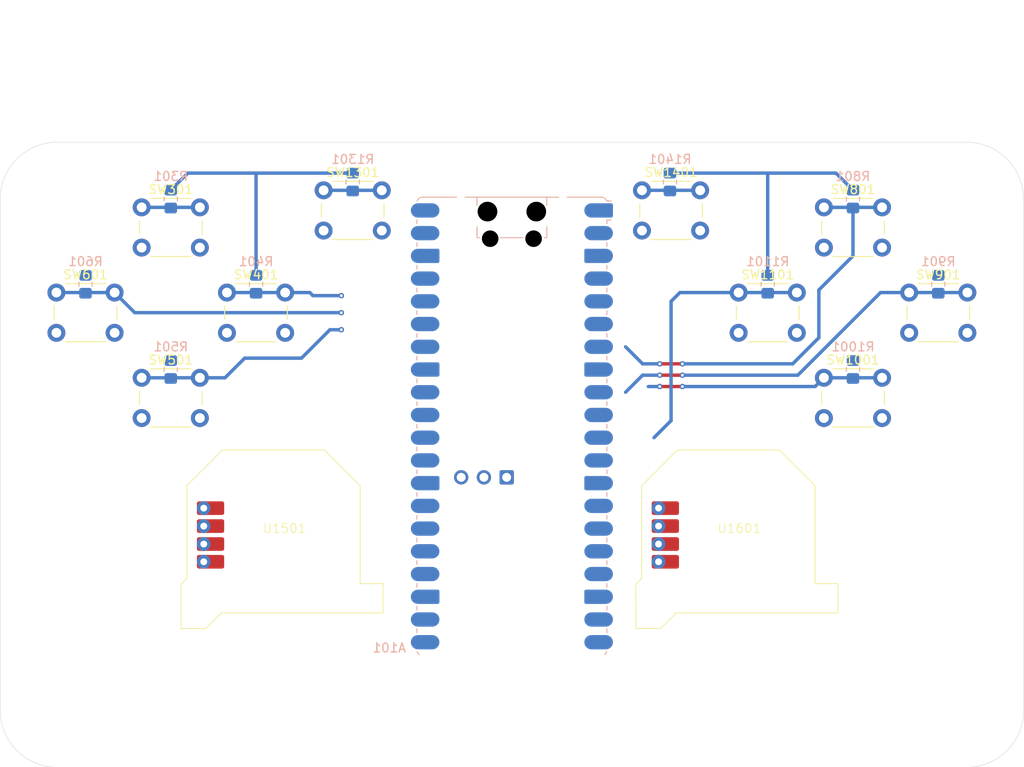
<source format=kicad_pcb>
(kicad_pcb (version 20241229) (generator "pcbnew") (generator_version "9.0")
  (layers (0 "F.Cu" signal) (2 "B.Cu" signal) (13 "F.Paste" user) (15 "B.Paste" user) (5 "F.SilkS" user "F.Silkscreen") (7 "B.SilkS" user "B.Silkscreen") (1 "F.Mask" user) (3 "B.Mask" user) (25 "Edge.Cuts" user))
  (net 0 "")
  (net 1 "Net-(A101-GND-Pad13)")
  (net 3 "/dpad_down")
  (net 10 "/button_select")
  (net 12 "/button_start")
  (net 15 "/dpad_left")
  (net 16 "/button_a")
  (net 21 "/button_b")
  (net 25 "/dpad_right")
  (net 27 "/button_x")
  (net 28 "/dpad_up")
  (net 36 "/button_y")
  (net 37 "+3V3")
  (net 38 "GND")
  (net 39 "/right_joystick/x_pot")
  (net 40 "+5V")
  (net 41 "/right_joystick/y_pot")
  (net 42 "/left_joystick/x_pot")
  (net 43 "/left_joystick/y_pot")
  (footprint "Button_Switch_THT:SW_PUSH_6mm_H8mm" (layer "F.Cu") (at 174.55 96.175)
    (property "Reference" "SW1001" (at 3.25 -2 0) (layer "F.SilkS"))
    (property "Value" "SW_Push")
    (fp_line (start -0.25 1.5) (end -0.25 3) (stroke (width 0.12)) (layer "F.SilkS"))
    (fp_line (start 1 5.5) (end 5.5 5.5) (stroke (width 0.12)) (layer "F.SilkS"))
    (fp_line (start 5.5 -1) (end 1 -1) (stroke (width 0.12)) (layer "F.SilkS"))
    (fp_line (start 6.75 3) (end 6.75 1.5) (stroke (width 0.12)) (layer "F.SilkS"))
    (pad "1" thru_hole circle (at 0 0 90) (size 2 2) (drill 1.1) (layers "*.Cu" "*.Mask") (net 21 "/button_b"))
    (pad "1" thru_hole circle (at 6.5 0 90) (size 2 2) (drill 1.1) (layers "*.Cu" "*.Mask") (net 21 "/button_b"))
    (pad "2" thru_hole circle (at 0 4.5 90) (size 2 2) (drill 1.1) (layers "*.Cu" "*.Mask") (net 38 "GND"))
    (pad "2" thru_hole circle (at 6.5 4.5 90) (size 2 2) (drill 1.1) (layers "*.Cu" "*.Mask") (net 38 "GND"))
  )
  (footprint "osdb:COM-09426" (layer "F.Cu") (at 114.3 114.3)
    (property "Reference" "U1501" (at 0 -1.2954 0) (layer "F.SilkS") (effects (font (thickness 0.1))))
    (property "Value" "~")
    (fp_line (start -11.5356 9.906) (end -11.561 4.953) (stroke (width 0.1)) (layer "F.SilkS"))
    (fp_line (start -11.5356 9.906) (end -8.7924 9.906) (stroke (width 0.1)) (layer "F.SilkS"))
    (fp_line (start -10.9006 -6.0706) (end -6.9128 -10.0584) (stroke (width 0.1)) (layer "F.SilkS"))
    (fp_line (start -10.9006 4.2926) (end -11.561 4.953) (stroke (width 0.1)) (layer "F.SilkS"))
    (fp_line (start -10.9006 4.2926) (end -10.9006 -6.0706) (stroke (width 0.1)) (layer "F.SilkS"))
    (fp_line (start -8.767 9.8806) (end -8.7924 9.906) (stroke (width 0.1)) (layer "F.SilkS"))
    (fp_line (start -7.0398 8.1534) (end -8.767 9.8806) (stroke (width 0.1)) (layer "F.SilkS"))
    (fp_line (start 4.4664 -10.0584) (end -6.9128 -10.0584) (stroke (width 0.1)) (layer "F.SilkS"))
    (fp_line (start 4.4664 -10.0584) (end 8.4542 -6.0706) (stroke (width 0.1)) (layer "F.SilkS"))
    (fp_line (start 8.4542 4.8768) (end 8.4542 -6.0706) (stroke (width 0.1)) (layer "F.SilkS"))
    (fp_line (start 11.0196 4.8768) (end 8.4542 4.8768) (stroke (width 0.1)) (layer "F.SilkS"))
    (fp_line (start 11.0196 4.8768) (end 11.0196 8.1534) (stroke (width 0.1)) (layer "F.SilkS"))
    (fp_line (start 11.0196 8.1534) (end -7.0652 8.1534) (stroke (width 0.1)) (layer "F.SilkS"))
    (pad "" np_thru_hole circle (at -9.5544 7.9756) (size 2.032 2.032) (drill 2.032) (layers "*.Cu" "*.Mask") (clearance 0.508))
    (pad "" np_thru_hole circle (at 9.2162 6.6294) (size 2.032 2.032) (drill 2.032) (layers "*.Cu" "*.Mask") (clearance 0.508))
    (pad "1" thru_hole circle (at -9.017 -3.556) (size 1.524 1.524) (drill 0.762) (layers "*.Cu" "*.Mask") (net 42 "/left_joystick/x_pot"))
    (pad "1" smd roundrect (at -8.259 -3.556) (size 3.048 1.524) (layers "F.Cu" "F.Mask" "F.Paste") (roundrect_rratio 0.15) (net 42 "/left_joystick/x_pot"))
    (pad "2" thru_hole circle (at -9.017 -1.5494) (size 1.524 1.524) (drill 0.762) (layers "*.Cu" "*.Mask") (net 40 "+5V"))
    (pad "2" smd roundrect (at -8.259 -1.5494) (size 3.048 1.524) (layers "F.Cu" "F.Mask" "F.Paste") (roundrect_rratio 0.15) (net 40 "+5V"))
    (pad "3" thru_hole circle (at -9.017 0.4572) (size 1.524 1.524) (drill 0.762) (layers "*.Cu" "*.Mask") (net 43 "/left_joystick/y_pot"))
    (pad "3" smd roundrect (at -8.259 0.4572) (size 3.048 1.524) (layers "F.Cu" "F.Mask" "F.Paste") (roundrect_rratio 0.15) (net 43 "/left_joystick/y_pot"))
    (pad "4" thru_hole circle (at -9.017 2.4384) (size 1.524 1.524) (drill 0.762) (layers "*.Cu" "*.Mask") (net 38 "GND"))
    (pad "4" smd roundrect (at -8.259 2.4384) (size 3.048 1.524) (layers "F.Cu" "F.Mask" "F.Paste") (roundrect_rratio 0.15) (net 38 "GND"))
  )
  (footprint "Button_Switch_THT:SW_PUSH_6mm_H8mm" (layer "F.Cu") (at 98.35 77.125)
    (property "Reference" "SW301" (at 3.25 -2 0) (layer "F.SilkS"))
    (property "Value" "SW_Push")
    (fp_line (start -0.25 1.5) (end -0.25 3) (stroke (width 0.12)) (layer "F.SilkS"))
    (fp_line (start 1 5.5) (end 5.5 5.5) (stroke (width 0.12)) (layer "F.SilkS"))
    (fp_line (start 5.5 -1) (end 1 -1) (stroke (width 0.12)) (layer "F.SilkS"))
    (fp_line (start 6.75 3) (end 6.75 1.5) (stroke (width 0.12)) (layer "F.SilkS"))
    (pad "1" thru_hole circle (at 0 0 90) (size 2 2) (drill 1.1) (layers "*.Cu" "*.Mask") (net 28 "/dpad_up"))
    (pad "1" thru_hole circle (at 6.5 0 90) (size 2 2) (drill 1.1) (layers "*.Cu" "*.Mask") (net 28 "/dpad_up"))
    (pad "2" thru_hole circle (at 0 4.5 90) (size 2 2) (drill 1.1) (layers "*.Cu" "*.Mask") (net 38 "GND"))
    (pad "2" thru_hole circle (at 6.5 4.5 90) (size 2 2) (drill 1.1) (layers "*.Cu" "*.Mask") (net 38 "GND"))
  )
  (footprint "Button_Switch_THT:SW_PUSH_6mm_H8mm" (layer "F.Cu") (at 98.35 96.175)
    (property "Reference" "SW501" (at 3.25 -2 0) (layer "F.SilkS"))
    (property "Value" "SW_Push")
    (fp_line (start -0.25 1.5) (end -0.25 3) (stroke (width 0.12)) (layer "F.SilkS"))
    (fp_line (start 1 5.5) (end 5.5 5.5) (stroke (width 0.12)) (layer "F.SilkS"))
    (fp_line (start 5.5 -1) (end 1 -1) (stroke (width 0.12)) (layer "F.SilkS"))
    (fp_line (start 6.75 3) (end 6.75 1.5) (stroke (width 0.12)) (layer "F.SilkS"))
    (pad "1" thru_hole circle (at 0 0 90) (size 2 2) (drill 1.1) (layers "*.Cu" "*.Mask") (net 15 "/dpad_left"))
    (pad "1" thru_hole circle (at 6.5 0 90) (size 2 2) (drill 1.1) (layers "*.Cu" "*.Mask") (net 15 "/dpad_left"))
    (pad "2" thru_hole circle (at 0 4.5 90) (size 2 2) (drill 1.1) (layers "*.Cu" "*.Mask") (net 38 "GND"))
    (pad "2" thru_hole circle (at 6.5 4.5 90) (size 2 2) (drill 1.1) (layers "*.Cu" "*.Mask") (net 38 "GND"))
  )
  (footprint "Button_Switch_THT:SW_PUSH_6mm_H8mm" (layer "F.Cu") (at 154.23 75.22)
    (property "Reference" "SW1401" (at 3.25 -2 0) (layer "F.SilkS"))
    (property "Value" "SW_Push")
    (fp_line (start -0.25 1.5) (end -0.25 3) (stroke (width 0.12)) (layer "F.SilkS"))
    (fp_line (start 1 5.5) (end 5.5 5.5) (stroke (width 0.12)) (layer "F.SilkS"))
    (fp_line (start 5.5 -1) (end 1 -1) (stroke (width 0.12)) (layer "F.SilkS"))
    (fp_line (start 6.75 3) (end 6.75 1.5) (stroke (width 0.12)) (layer "F.SilkS"))
    (pad "1" thru_hole circle (at 0 0 90) (size 2 2) (drill 1.1) (layers "*.Cu" "*.Mask") (net 10 "/button_select"))
    (pad "1" thru_hole circle (at 6.5 0 90) (size 2 2) (drill 1.1) (layers "*.Cu" "*.Mask") (net 10 "/button_select"))
    (pad "2" thru_hole circle (at 0 4.5 90) (size 2 2) (drill 1.1) (layers "*.Cu" "*.Mask") (net 38 "GND"))
    (pad "2" thru_hole circle (at 6.5 4.5 90) (size 2 2) (drill 1.1) (layers "*.Cu" "*.Mask") (net 38 "GND"))
  )
  (footprint "Button_Switch_THT:SW_PUSH_6mm_H8mm" (layer "F.Cu") (at 165.025 86.65)
    (property "Reference" "SW1101" (at 3.25 -2 0) (layer "F.SilkS"))
    (property "Value" "SW_Push")
    (fp_line (start -0.25 1.5) (end -0.25 3) (stroke (width 0.12)) (layer "F.SilkS"))
    (fp_line (start 1 5.5) (end 5.5 5.5) (stroke (width 0.12)) (layer "F.SilkS"))
    (fp_line (start 5.5 -1) (end 1 -1) (stroke (width 0.12)) (layer "F.SilkS"))
    (fp_line (start 6.75 3) (end 6.75 1.5) (stroke (width 0.12)) (layer "F.SilkS"))
    (pad "1" thru_hole circle (at 0 0 90) (size 2 2) (drill 1.1) (layers "*.Cu" "*.Mask") (net 36 "/button_y"))
    (pad "1" thru_hole circle (at 6.5 0 90) (size 2 2) (drill 1.1) (layers "*.Cu" "*.Mask") (net 36 "/button_y"))
    (pad "2" thru_hole circle (at 0 4.5 90) (size 2 2) (drill 1.1) (layers "*.Cu" "*.Mask") (net 38 "GND"))
    (pad "2" thru_hole circle (at 6.5 4.5 90) (size 2 2) (drill 1.1) (layers "*.Cu" "*.Mask") (net 38 "GND"))
  )
  (footprint "Button_Switch_THT:SW_PUSH_6mm_H8mm" (layer "F.Cu") (at 184.075 86.65)
    (property "Reference" "SW901" (at 3.25 -2 0) (layer "F.SilkS"))
    (property "Value" "SW_Push")
    (fp_line (start -0.25 1.5) (end -0.25 3) (stroke (width 0.12)) (layer "F.SilkS"))
    (fp_line (start 1 5.5) (end 5.5 5.5) (stroke (width 0.12)) (layer "F.SilkS"))
    (fp_line (start 5.5 -1) (end 1 -1) (stroke (width 0.12)) (layer "F.SilkS"))
    (fp_line (start 6.75 3) (end 6.75 1.5) (stroke (width 0.12)) (layer "F.SilkS"))
    (pad "1" thru_hole circle (at 0 0 90) (size 2 2) (drill 1.1) (layers "*.Cu" "*.Mask") (net 16 "/button_a"))
    (pad "1" thru_hole circle (at 6.5 0 90) (size 2 2) (drill 1.1) (layers "*.Cu" "*.Mask") (net 16 "/button_a"))
    (pad "2" thru_hole circle (at 0 4.5 90) (size 2 2) (drill 1.1) (layers "*.Cu" "*.Mask") (net 38 "GND"))
    (pad "2" thru_hole circle (at 6.5 4.5 90) (size 2 2) (drill 1.1) (layers "*.Cu" "*.Mask") (net 38 "GND"))
  )
  (footprint "osdb:COM-09426" (layer "F.Cu") (at 165.1 114.3)
    (property "Reference" "U1601" (at 0 -1.2954 0) (layer "F.SilkS") (effects (font (thickness 0.1))))
    (property "Value" "~")
    (fp_line (start -11.5356 9.906) (end -11.561 4.953) (stroke (width 0.1)) (layer "F.SilkS"))
    (fp_line (start -11.5356 9.906) (end -8.7924 9.906) (stroke (width 0.1)) (layer "F.SilkS"))
    (fp_line (start -10.9006 -6.0706) (end -6.9128 -10.0584) (stroke (width 0.1)) (layer "F.SilkS"))
    (fp_line (start -10.9006 4.2926) (end -11.561 4.953) (stroke (width 0.1)) (layer "F.SilkS"))
    (fp_line (start -10.9006 4.2926) (end -10.9006 -6.0706) (stroke (width 0.1)) (layer "F.SilkS"))
    (fp_line (start -8.767 9.8806) (end -8.7924 9.906) (stroke (width 0.1)) (layer "F.SilkS"))
    (fp_line (start -7.0398 8.1534) (end -8.767 9.8806) (stroke (width 0.1)) (layer "F.SilkS"))
    (fp_line (start 4.4664 -10.0584) (end -6.9128 -10.0584) (stroke (width 0.1)) (layer "F.SilkS"))
    (fp_line (start 4.4664 -10.0584) (end 8.4542 -6.0706) (stroke (width 0.1)) (layer "F.SilkS"))
    (fp_line (start 8.4542 4.8768) (end 8.4542 -6.0706) (stroke (width 0.1)) (layer "F.SilkS"))
    (fp_line (start 11.0196 4.8768) (end 8.4542 4.8768) (stroke (width 0.1)) (layer "F.SilkS"))
    (fp_line (start 11.0196 4.8768) (end 11.0196 8.1534) (stroke (width 0.1)) (layer "F.SilkS"))
    (fp_line (start 11.0196 8.1534) (end -7.0652 8.1534) (stroke (width 0.1)) (layer "F.SilkS"))
    (pad "" np_thru_hole circle (at -9.5544 7.9756) (size 2.032 2.032) (drill 2.032) (layers "*.Cu" "*.Mask") (clearance 0.508))
    (pad "" np_thru_hole circle (at 9.2162 6.6294) (size 2.032 2.032) (drill 2.032) (layers "*.Cu" "*.Mask") (clearance 0.508))
    (pad "1" thru_hole circle (at -9.017 -3.556) (size 1.524 1.524) (drill 0.762) (layers "*.Cu" "*.Mask") (net 39 "/right_joystick/x_pot"))
    (pad "1" smd roundrect (at -8.259 -3.556) (size 3.048 1.524) (layers "F.Cu" "F.Mask" "F.Paste") (roundrect_rratio 0.15) (net 39 "/right_joystick/x_pot"))
    (pad "2" thru_hole circle (at -9.017 -1.5494) (size 1.524 1.524) (drill 0.762) (layers "*.Cu" "*.Mask") (net 40 "+5V"))
    (pad "2" smd roundrect (at -8.259 -1.5494) (size 3.048 1.524) (layers "F.Cu" "F.Mask" "F.Paste") (roundrect_rratio 0.15) (net 40 "+5V"))
    (pad "3" thru_hole circle (at -9.017 0.4572) (size 1.524 1.524) (drill 0.762) (layers "*.Cu" "*.Mask") (net 41 "/right_joystick/y_pot"))
    (pad "3" smd roundrect (at -8.259 0.4572) (size 3.048 1.524) (layers "F.Cu" "F.Mask" "F.Paste") (roundrect_rratio 0.15) (net 41 "/right_joystick/y_pot"))
    (pad "4" thru_hole circle (at -9.017 2.4384) (size 1.524 1.524) (drill 0.762) (layers "*.Cu" "*.Mask") (net 38 "GND"))
    (pad "4" smd roundrect (at -8.259 2.4384) (size 3.048 1.524) (layers "F.Cu" "F.Mask" "F.Paste") (roundrect_rratio 0.15) (net 38 "GND"))
  )
  (footprint "Button_Switch_THT:SW_PUSH_6mm_H8mm" (layer "F.Cu") (at 107.875 86.65)
    (property "Reference" "SW401" (at 3.25 -2 0) (layer "F.SilkS"))
    (property "Value" "SW_Push")
    (fp_line (start -0.25 1.5) (end -0.25 3) (stroke (width 0.12)) (layer "F.SilkS"))
    (fp_line (start 1 5.5) (end 5.5 5.5) (stroke (width 0.12)) (layer "F.SilkS"))
    (fp_line (start 5.5 -1) (end 1 -1) (stroke (width 0.12)) (layer "F.SilkS"))
    (fp_line (start 6.75 3) (end 6.75 1.5) (stroke (width 0.12)) (layer "F.SilkS"))
    (pad "1" thru_hole circle (at 0 0 90) (size 2 2) (drill 1.1) (layers "*.Cu" "*.Mask") (net 25 "/dpad_right"))
    (pad "1" thru_hole circle (at 6.5 0 90) (size 2 2) (drill 1.1) (layers "*.Cu" "*.Mask") (net 25 "/dpad_right"))
    (pad "2" thru_hole circle (at 0 4.5 90) (size 2 2) (drill 1.1) (layers "*.Cu" "*.Mask") (net 38 "GND"))
    (pad "2" thru_hole circle (at 6.5 4.5 90) (size 2 2) (drill 1.1) (layers "*.Cu" "*.Mask") (net 38 "GND"))
  )
  (footprint "Button_Switch_THT:SW_PUSH_6mm_H8mm" (layer "F.Cu") (at 118.67 75.22)
    (property "Reference" "SW1301" (at 3.25 -2 0) (layer "F.SilkS"))
    (property "Value" "SW_Push")
    (fp_line (start -0.25 1.5) (end -0.25 3) (stroke (width 0.12)) (layer "F.SilkS"))
    (fp_line (start 1 5.5) (end 5.5 5.5) (stroke (width 0.12)) (layer "F.SilkS"))
    (fp_line (start 5.5 -1) (end 1 -1) (stroke (width 0.12)) (layer "F.SilkS"))
    (fp_line (start 6.75 3) (end 6.75 1.5) (stroke (width 0.12)) (layer "F.SilkS"))
    (pad "1" thru_hole circle (at 0 0 90) (size 2 2) (drill 1.1) (layers "*.Cu" "*.Mask") (net 12 "/button_start"))
    (pad "1" thru_hole circle (at 6.5 0 90) (size 2 2) (drill 1.1) (layers "*.Cu" "*.Mask") (net 12 "/button_start"))
    (pad "2" thru_hole circle (at 0 4.5 90) (size 2 2) (drill 1.1) (layers "*.Cu" "*.Mask") (net 38 "GND"))
    (pad "2" thru_hole circle (at 6.5 4.5 90) (size 2 2) (drill 1.1) (layers "*.Cu" "*.Mask") (net 38 "GND"))
  )
  (footprint "Button_Switch_THT:SW_PUSH_6mm_H8mm" (layer "F.Cu") (at 174.55 77.125)
    (property "Reference" "SW801" (at 3.25 -2 0) (layer "F.SilkS"))
    (property "Value" "SW_Push")
    (fp_line (start -0.25 1.5) (end -0.25 3) (stroke (width 0.12)) (layer "F.SilkS"))
    (fp_line (start 1 5.5) (end 5.5 5.5) (stroke (width 0.12)) (layer "F.SilkS"))
    (fp_line (start 5.5 -1) (end 1 -1) (stroke (width 0.12)) (layer "F.SilkS"))
    (fp_line (start 6.75 3) (end 6.75 1.5) (stroke (width 0.12)) (layer "F.SilkS"))
    (pad "1" thru_hole circle (at 0 0 90) (size 2 2) (drill 1.1) (layers "*.Cu" "*.Mask") (net 27 "/button_x"))
    (pad "1" thru_hole circle (at 6.5 0 90) (size 2 2) (drill 1.1) (layers "*.Cu" "*.Mask") (net 27 "/button_x"))
    (pad "2" thru_hole circle (at 0 4.5 90) (size 2 2) (drill 1.1) (layers "*.Cu" "*.Mask") (net 38 "GND"))
    (pad "2" thru_hole circle (at 6.5 4.5 90) (size 2 2) (drill 1.1) (layers "*.Cu" "*.Mask") (net 38 "GND"))
  )
  (footprint "Button_Switch_THT:SW_PUSH_6mm_H8mm" (layer "F.Cu") (at 88.825 86.65)
    (property "Reference" "SW601" (at 3.25 -2 0) (layer "F.SilkS"))
    (property "Value" "SW_Push")
    (fp_line (start -0.25 1.5) (end -0.25 3) (stroke (width 0.12)) (layer "F.SilkS"))
    (fp_line (start 1 5.5) (end 5.5 5.5) (stroke (width 0.12)) (layer "F.SilkS"))
    (fp_line (start 5.5 -1) (end 1 -1) (stroke (width 0.12)) (layer "F.SilkS"))
    (fp_line (start 6.75 3) (end 6.75 1.5) (stroke (width 0.12)) (layer "F.SilkS"))
    (pad "1" thru_hole circle (at 0 0 90) (size 2 2) (drill 1.1) (layers "*.Cu" "*.Mask") (net 3 "/dpad_down"))
    (pad "1" thru_hole circle (at 6.5 0 90) (size 2 2) (drill 1.1) (layers "*.Cu" "*.Mask") (net 3 "/dpad_down"))
    (pad "2" thru_hole circle (at 0 4.5 90) (size 2 2) (drill 1.1) (layers "*.Cu" "*.Mask") (net 38 "GND"))
    (pad "2" thru_hole circle (at 6.5 4.5 90) (size 2 2) (drill 1.1) (layers "*.Cu" "*.Mask") (net 38 "GND"))
  )
  (footprint "Resistor_SMD:R_0805_2012Metric_Pad1.20x1.40mm_HandSolder" (layer "B.Cu") (at 177.8 76.2 -90)
    (property "Reference" "R801" (at -2.54 0 0) (layer "B.SilkS") (effects (justify mirror)))
    (property "Value" "R_US")
    (fp_line (start -0.227064 0.735) (end 0.227064 0.735) (stroke (width 0.12)) (layer "B.SilkS"))
    (fp_line (start -0.227064 -0.735) (end 0.227064 -0.735) (stroke (width 0.12)) (layer "B.SilkS"))
    (pad "1" smd roundrect (at -1 0 270) (size 1.2 1.4) (layers "B.Cu" "B.Mask" "B.Paste") (roundrect_rratio 0.208333) (net 37 "+3V3"))
    (pad "2" smd roundrect (at 1 0 270) (size 1.2 1.4) (layers "B.Cu" "B.Mask" "B.Paste") (roundrect_rratio 0.208333) (net 27 "/button_x"))
  )
  (footprint "Resistor_SMD:R_0805_2012Metric_Pad1.20x1.40mm_HandSolder" (layer "B.Cu") (at 187.325 85.725 -90)
    (property "Reference" "R901" (at -2.54 0 180) (layer "B.SilkS") (effects (justify mirror)))
    (property "Value" "R_US")
    (fp_line (start -0.227064 0.735) (end 0.227064 0.735) (stroke (width 0.12)) (layer "B.SilkS"))
    (fp_line (start -0.227064 -0.735) (end 0.227064 -0.735) (stroke (width 0.12)) (layer "B.SilkS"))
    (pad "1" smd roundrect (at -1 0 270) (size 1.2 1.4) (layers "B.Cu" "B.Mask" "B.Paste") (roundrect_rratio 0.208333) (net 37 "+3V3"))
    (pad "2" smd roundrect (at 1 0 270) (size 1.2 1.4) (layers "B.Cu" "B.Mask" "B.Paste") (roundrect_rratio 0.208333) (net 16 "/button_a"))
  )
  (footprint "Module:RaspberryPi_Pico_W_SMD_HandSolder" (layer "B.Cu") (at 139.7 101.6 180)
    (property "Reference" "A101" (at 11.7475 -24.765 0) (layer "B.SilkS") (effects (justify left mirror)))
    (property "Value" "RaspberryPi_Pico_W")
    (fp_line (start 10.61 23.07) (end 10.61 22.65) (stroke (width 0.12)) (layer "B.SilkS"))
    (fp_line (start 10.61 20.53) (end 10.61 20.11) (stroke (width 0.12)) (layer "B.SilkS"))
    (fp_line (start 10.61 17.99) (end 10.61 17.57) (stroke (width 0.12)) (layer "B.SilkS"))
    (fp_line (start 10.61 15.45) (end 10.61 15.03) (stroke (width 0.12)) (layer "B.SilkS"))
    (fp_line (start 10.61 12.91) (end 10.61 12.49) (stroke (width 0.12)) (layer "B.SilkS"))
    (fp_line (start 10.61 10.37) (end 10.61 9.95) (stroke (width 0.12)) (layer "B.SilkS"))
    (fp_line (start 10.61 7.83) (end 10.61 7.41) (stroke (width 0.12)) (layer "B.SilkS"))
    (fp_line (start 10.61 5.29) (end 10.61 4.87) (stroke (width 0.12)) (layer "B.SilkS"))
    (fp_line (start 10.61 2.75) (end 10.61 2.33) (stroke (width 0.12)) (layer "B.SilkS"))
    (fp_line (start 10.61 0.21) (end 10.61 -0.21) (stroke (width 0.12)) (layer "B.SilkS"))
    (fp_line (start 10.61 -2.33) (end 10.61 -2.75) (stroke (width 0.12)) (layer "B.SilkS"))
    (fp_line (start 10.61 -4.87) (end 10.61 -5.29) (stroke (width 0.12)) (layer "B.SilkS"))
    (fp_line (start 10.61 -7.41) (end 10.61 -7.83) (stroke (width 0.12)) (layer "B.SilkS"))
    (fp_line (start 10.61 -9.95) (end 10.61 -10.37) (stroke (width 0.12)) (layer "B.SilkS"))
    (fp_line (start 10.61 -12.49) (end 10.61 -12.91) (stroke (width 0.12)) (layer "B.SilkS"))
    (fp_line (start 10.61 -15.03) (end 10.61 -15.45) (stroke (width 0.12)) (layer "B.SilkS"))
    (fp_line (start 10.61 -17.57) (end 10.61 -17.99) (stroke (width 0.12)) (layer "B.SilkS"))
    (fp_line (start 10.61 -20.11) (end 10.61 -20.53) (stroke (width 0.12)) (layer "B.SilkS"))
    (fp_line (start 10.61 -22.65) (end 10.61 -23.07) (stroke (width 0.12)) (layer "B.SilkS"))
    (fp_line (start 10 25.61) (end 7.51 25.61) (stroke (width 0.12)) (layer "B.SilkS"))
    (fp_line (start 6.162061 25.61) (end 7.51 25.61) (stroke (width 0.12)) (layer "B.SilkS"))
    (fp_line (start 4.235 25.61) (end 5.237939 25.61) (stroke (width 0.12)) (layer "B.SilkS"))
    (fp_line (start 3.9 25.61) (end 3.9 24.694) (stroke (width 0.12)) (layer "B.SilkS"))
    (fp_line (start 3.9 22.306) (end 3.9 21.09) (stroke (width 0.12)) (layer "B.SilkS"))
    (fp_line (start 3.60391 21.09) (end 3.9 21.09) (stroke (width 0.12)) (layer "B.SilkS"))
    (fp_line (start -1.24609 21.09) (end 1.24609 21.09) (stroke (width 0.12)) (layer "B.SilkS"))
    (fp_line (start -3.9 25.61) (end -3.9 24.694) (stroke (width 0.12)) (layer "B.SilkS"))
    (fp_line (start -3.9 22.306) (end -3.9 21.09) (stroke (width 0.12)) (layer "B.SilkS"))
    (fp_line (start -3.9 21.09) (end -3.60391 21.09) (stroke (width 0.12)) (layer "B.SilkS"))
    (fp_line (start -4.235 25.61) (end 4.235 25.61) (stroke (width 0.12)) (layer "B.SilkS"))
    (fp_line (start -5.237939 25.61) (end -4.235 25.61) (stroke (width 0.12)) (layer "B.SilkS"))
    (fp_line (start -7.51 25.61) (end -6.16206 25.61) (stroke (width 0.12)) (layer "B.SilkS"))
    (fp_line (start -10 25.61) (end -7.51 25.61) (stroke (width 0.12)) (layer "B.SilkS"))
    (fp_line (start -10.579676 25.19) (end -11.09 25.19) (stroke (width 0.12)) (layer "B.SilkS"))
    (fp_line (start -10.61 23.07) (end -10.61 22.65) (stroke (width 0.12)) (layer "B.SilkS"))
    (fp_line (start -10.61 23.07) (end -11.09 23.07) (stroke (width 0.12)) (layer "B.SilkS"))
    (fp_line (start -10.61 20.53) (end -10.61 20.11) (stroke (width 0.12)) (layer "B.SilkS"))
    (fp_line (start -10.61 17.99) (end -10.61 17.57) (stroke (width 0.12)) (layer "B.SilkS"))
    (fp_line (start -10.61 15.45) (end -10.61 15.03) (stroke (width 0.12)) (layer "B.SilkS"))
    (fp_line (start -10.61 12.91) (end -10.61 12.49) (stroke (width 0.12)) (layer "B.SilkS"))
    (fp_line (start -10.61 10.37) (end -10.61 9.95) (stroke (width 0.12)) (layer "B.SilkS"))
    (fp_line (start -10.61 7.83) (end -10.61 7.41) (stroke (width 0.12)) (layer "B.SilkS"))
    (fp_line (start -10.61 5.29) (end -10.61 4.87) (stroke (width 0.12)) (layer "B.SilkS"))
    (fp_line (start -10.61 2.75) (end -10.61 2.33) (stroke (width 0.12)) (layer "B.SilkS"))
    (fp_line (start -10.61 0.21) (end -10.61 -0.21) (stroke (width 0.12)) (layer "B.SilkS"))
    (fp_line (start -10.61 -2.33) (end -10.61 -2.75) (stroke (width 0.12)) (layer "B.SilkS"))
    (fp_line (start -10.61 -4.87) (end -10.61 -5.29) (stroke (width 0.12)) (layer "B.SilkS"))
    (fp_line (start -10.61 -7.41) (end -10.61 -7.83) (stroke (width 0.12)) (layer "B.SilkS"))
    (fp_line (start -10.61 -9.95) (end -10.61 -10.37) (stroke (width 0.12)) (layer "B.SilkS"))
    (fp_line (start -10.61 -12.49) (end -10.61 -12.91) (stroke (width 0.12)) (layer "B.SilkS"))
    (fp_line (start -10.61 -15.03) (end -10.61 -15.45) (stroke (width 0.12)) (layer "B.SilkS"))
    (fp_line (start -10.61 -17.57) (end -10.61 -17.99) (stroke (width 0.12)) (layer "B.SilkS"))
    (fp_line (start -10.61 -20.11) (end -10.61 -20.53) (stroke (width 0.12)) (layer "B.SilkS"))
    (fp_line (start -10.61 -22.65) (end -10.61 -23.07) (stroke (width 0.12)) (layer "B.SilkS"))
    (fp_arc (start 10.579676 25.189937) (mid 10.357938 25.493944) (end 10 25.61) (stroke (width 0.12)) (layer "B.SilkS"))
    (fp_arc (start 10.363318 -25.49) (mid 10.49479 -25.356766) (end 10.579676 -25.189937) (stroke (width 0.12)) (layer "B.SilkS"))
    (fp_arc (start -10 25.61) (mid -10.357916 25.49396) (end -10.579676 25.19) (stroke (width 0.12)) (layer "B.SilkS"))
    (fp_arc (start -10.579676 -25.189937) (mid -10.494791 -25.356765) (end -10.363318 -25.49) (stroke (width 0.12)) (layer "B.SilkS"))
    (pad "" smd rect (at -8.89 -24.13 180) (size 3.8 2.2) (drill (offset -0.8 0)) (layers "B.Paste"))
    (pad "" smd rect (at -8.89 -21.59 180) (size 3.8 2.2) (drill (offset -0.8 0)) (layers "B.Paste"))
    (pad "" smd rect (at -8.89 -19.05 180) (size 3.8 2.2) (drill (offset -0.8 0)) (layers "B.Paste"))
    (pad "" smd rect (at -8.89 -16.51 180) (size 3.8 2.2) (drill (offset -0.8 0)) (layers "B.Paste"))
    (pad "" smd rect (at -8.89 -13.97 180) (size 3.8 2.2) (drill (offset -0.8 0)) (layers "B.Paste"))
    (pad "" smd rect (at -8.89 -11.43 180) (size 3.8 2.2) (drill (offset -0.8 0)) (layers "B.Paste"))
    (pad "" smd rect (at -8.89 -8.89 180) (size 3.8 2.2) (drill (offset -0.8 0)) (layers "B.Paste"))
    (pad "" smd rect (at -8.89 -6.35 180) (size 3.8 2.2) (drill (offset -0.8 0)) (layers "B.Paste"))
    (pad "" smd rect (at -8.89 -3.81 180) (size 3.8 2.2) (drill (offset -0.8 0)) (layers "B.Paste"))
    (pad "" smd rect (at -8.89 -1.27 180) (size 3.8 2.2) (drill (offset -0.8 0)) (layers "B.Paste"))
    (pad "" smd rect (at -8.89 1.27 180) (size 3.8 2.2) (drill (offset -0.8 0)) (layers "B.Paste"))
    (pad "" smd rect (at -8.89 3.81 180) (size 3.8 2.2) (drill (offset -0.8 0)) (layers "B.Paste"))
    (pad "" smd rect (at -8.89 6.35 180) (size 3.8 2.2) (drill (offset -0.8 0)) (layers "B.Paste"))
    (pad "" smd rect (at -8.89 8.89 180) (size 3.8 2.2) (drill (offset -0.8 0)) (layers "B.Paste"))
    (pad "" smd rect (at -8.89 11.43 180) (size 3.8 2.2) (drill (offset -0.8 0)) (layers "B.Paste"))
    (pad "" smd rect (at -8.89 13.97 180) (size 3.8 2.2) (drill (offset -0.8 0)) (layers "B.Paste"))
    (pad "" smd rect (at -8.89 16.51 180) (size 3.8 2.2) (drill (offset -0.8 0)) (layers "B.Paste"))
    (pad "" smd rect (at -8.89 19.05 180) (size 3.8 2.2) (drill (offset -0.8 0)) (layers "B.Paste"))
    (pad "" smd rect (at -8.89 21.59 180) (size 3.8 2.2) (drill (offset -0.8 0)) (layers "B.Paste"))
    (pad "" smd rect (at -8.89 24.13 180) (size 3.8 2.2) (drill (offset -0.8 0)) (layers "B.Paste"))
    (pad "" np_thru_hole circle (at -2.725 24 180) (size 2.2 2.2) (drill 2.2) (layers "*.Mask"))
    (pad "" np_thru_hole circle (at -2.425 20.97 180) (size 1.85 1.85) (drill 1.85) (layers "*.Mask"))
    (pad "" np_thru_hole circle (at 2.425 20.97 180) (size 1.85 1.85) (drill 1.85) (layers "*.Mask"))
    (pad "" np_thru_hole circle (at 2.725 24 180) (size 2.2 2.2) (drill 2.2) (layers "*.Mask"))
    (pad "" smd rect (at 8.89 -24.13 180) (size 3.8 2.2) (drill (offset 0.8 0)) (layers "B.Paste"))
    (pad "" smd rect (at 8.89 -21.59 180) (size 3.8 2.2) (drill (offset 0.8 0)) (layers "B.Paste"))
    (pad "" smd rect (at 8.89 -19.05 180) (size 3.8 2.2) (drill (offset 0.8 0)) (layers "B.Paste"))
    (pad "" smd rect (at 8.89 -16.51 180) (size 3.8 2.2) (drill (offset 0.8 0)) (layers "B.Paste"))
    (pad "" smd rect (at 8.89 -13.97 180) (size 3.8 2.2) (drill (offset 0.8 0)) (layers "B.Paste"))
    (pad "" smd rect (at 8.89 -11.43 180) (size 3.8 2.2) (drill (offset 0.8 0)) (layers "B.Paste"))
    (pad "" smd rect (at 8.89 -8.89 180) (size 3.8 2.2) (drill (offset 0.8 0)) (layers "B.Paste"))
    (pad "" smd rect (at 8.89 -6.35 180) (size 3.8 2.2) (drill (offset 0.8 0)) (layers "B.Paste"))
    (pad "" smd rect (at 8.89 -3.81 180) (size 3.8 2.2) (drill (offset 0.8 0)) (layers "B.Paste"))
    (pad "" smd rect (at 8.89 -1.27 180) (size 3.8 2.2) (drill (offset 0.8 0)) (layers "B.Paste"))
    (pad "" smd rect (at 8.89 1.27 180) (size 3.8 2.2) (drill (offset 0.8 0)) (layers "B.Paste"))
    (pad "" smd rect (at 8.89 3.81 180) (size 3.8 2.2) (drill (offset 0.8 0)) (layers "B.Paste"))
    (pad "" smd rect (at 8.89 6.35 180) (size 3.8 2.2) (drill (offset 0.8 0)) (layers "B.Paste"))
    (pad "" smd rect (at 8.89 8.89 180) (size 3.8 2.2) (drill (offset 0.8 0)) (layers "B.Paste"))
    (pad "" smd rect (at 8.89 11.43 180) (size 3.8 2.2) (drill (offset 0.8 0)) (layers "B.Paste"))
    (pad "" smd rect (at 8.89 13.97 180) (size 3.8 2.2) (drill (offset 0.8 0)) (layers "B.Paste"))
    (pad "" smd rect (at 8.89 16.51 180) (size 3.8 2.2) (drill (offset 0.8 0)) (layers "B.Paste"))
    (pad "" smd rect (at 8.89 19.05 180) (size 3.8 2.2) (drill (offset 0.8 0)) (layers "B.Paste"))
    (pad "" smd rect (at 8.89 21.59 180) (size 3.8 2.2) (drill (offset 0.8 0)) (layers "B.Paste"))
    (pad "" smd rect (at 8.89 24.13 180) (size 3.8 2.2) (drill (offset 0.8 0)) (layers "B.Paste"))
    (pad "1" smd custom (at -9.69 24.13 180) (size 1.6 0.8) (layers "B.Cu" "B.Mask") (options (clearance outline) (anchor rect)) (primitives (gr_circle (center 0.8 0) (end 1.6 0) (width 0) (fill yes)) (gr_poly (pts (xy -1.6 0.6) (xy -1.6 -0.6) (xy -1.4 -0.8) (xy 0.8 -0.8) (xy 0.8 0.8) (xy -1.4 0.8)) (width 0) (fill yes)) (gr_circle (center -1.4 0.6) (end -1.2 0.6) (width 0) (fill yes)) (gr_circle (center -1.4 -0.6) (end -1.2 -0.6) (width 0) (fill yes))))
    (pad "2" smd roundrect (at -9.69 21.59 180) (size 3.2 1.6) (layers "B.Cu" "B.Mask") (roundrect_rratio 0.5))
    (pad "3" smd custom (at -9.69 19.05 180) (size 1.6 0.8) (layers "B.Cu" "B.Mask") (net 1 "Net-(A101-GND-Pad13)") (options (clearance outline) (anchor rect)) (primitives (gr_circle (center -0.8 0) (end 0 0) (width 0) (fill yes)) (gr_poly (pts (xy 1.6 0.6) (xy 1.6 -0.6) (xy 1.4 -0.8) (xy -0.8 -0.8) (xy -0.8 0.8) (xy 1.4 0.8)) (width 0) (fill yes)) (gr_circle (center 1.4 0.6) (end 1.6 0.6) (width 0) (fill yes)) (gr_circle (center 1.4 -0.6) (end 1.6 -0.6) (width 0) (fill yes))))
    (pad "4" smd roundrect (at -9.69 16.51 180) (size 3.2 1.6) (layers "B.Cu" "B.Mask") (roundrect_rratio 0.5) (net 12 "/button_start"))
    (pad "5" smd roundrect (at -9.69 13.97 180) (size 3.2 1.6) (layers "B.Cu" "B.Mask") (roundrect_rratio 0.5) (net 10 "/button_select"))
    (pad "6" smd roundrect (at -9.69 11.43 180) (size 3.2 1.6) (layers "B.Cu" "B.Mask") (roundrect_rratio 0.5))
    (pad "7" smd roundrect (at -9.69 8.89 180) (size 3.2 1.6) (layers "B.Cu" "B.Mask") (roundrect_rratio 0.5) (net 28 "/dpad_up"))
    (pad "8" smd custom (at -9.69 6.35 180) (size 1.6 0.8) (layers "B.Cu" "B.Mask") (net 1 "Net-(A101-GND-Pad13)") (options (clearance outline) (anchor rect)) (primitives (gr_circle (center -0.8 0) (end 0 0) (width 0) (fill yes)) (gr_poly (pts (xy 1.6 0.6) (xy 1.6 -0.6) (xy 1.4 -0.8) (xy -0.8 -0.8) (xy -0.8 0.8) (xy 1.4 0.8)) (width 0) (fill yes)) (gr_circle (center 1.4 0.6) (end 1.6 0.6) (width 0) (fill yes)) (gr_circle (center 1.4 -0.6) (end 1.6 -0.6) (width 0) (fill yes))))
    (pad "9" smd roundrect (at -9.69 3.81 180) (size 3.2 1.6) (layers "B.Cu" "B.Mask") (roundrect_rratio 0.5) (net 25 "/dpad_right"))
    (pad "10" smd roundrect (at -9.69 1.27 180) (size 3.2 1.6) (layers "B.Cu" "B.Mask") (roundrect_rratio 0.5) (net 3 "/dpad_down"))
    (pad "11" smd roundrect (at -9.69 -1.27 180) (size 3.2 1.6) (layers "B.Cu" "B.Mask") (roundrect_rratio 0.5) (net 15 "/dpad_left"))
    (pad "12" smd roundrect (at -9.69 -3.81 180) (size 3.2 1.6) (layers "B.Cu" "B.Mask") (roundrect_rratio 0.5) (net 27 "/button_x"))
    (pad "13" smd custom (at -9.69 -6.35 180) (size 1.6 0.8) (layers "B.Cu" "B.Mask") (net 1 "Net-(A101-GND-Pad13)") (options (clearance outline) (anchor rect)) (primitives (gr_circle (center -0.8 0) (end 0 0) (width 0) (fill yes)) (gr_poly (pts (xy 1.6 0.6) (xy 1.6 -0.6) (xy 1.4 -0.8) (xy -0.8 -0.8) (xy -0.8 0.8) (xy 1.4 0.8)) (width 0) (fill yes)) (gr_circle (center 1.4 0.6) (end 1.6 0.6) (width 0) (fill yes)) (gr_circle (center 1.4 -0.6) (end 1.6 -0.6) (width 0) (fill yes))))
    (pad "14" smd roundrect (at -9.69 -8.89 180) (size 3.2 1.6) (layers "B.Cu" "B.Mask") (roundrect_rratio 0.5) (net 16 "/button_a"))
    (pad "15" smd roundrect (at -9.69 -11.43 180) (size 3.2 1.6) (layers "B.Cu" "B.Mask") (roundrect_rratio 0.5) (net 21 "/button_b"))
    (pad "16" smd roundrect (at -9.69 -13.97 180) (size 3.2 1.6) (layers "B.Cu" "B.Mask") (roundrect_rratio 0.5) (net 36 "/button_y"))
    (pad "17" smd roundrect (at -9.69 -16.51 180) (size 3.2 1.6) (layers "B.Cu" "B.Mask") (roundrect_rratio 0.5))
    (pad "18" smd custom (at -9.69 -19.05 180) (size 1.6 0.8) (layers "B.Cu" "B.Mask") (net 1 "Net-(A101-GND-Pad13)") (options (clearance outline) (anchor rect)) (primitives (gr_circle (center -0.8 0) (end 0 0) (width 0) (fill yes)) (gr_poly (pts (xy 1.6 0.6) (xy 1.6 -0.6) (xy 1.4 -0.8) (xy -0.8 -0.8) (xy -0.8 0.8) (xy 1.4 0.8)) (width 0) (fill yes)) (gr_circle (center 1.4 0.6) (end 1.6 0.6) (width 0) (fill yes)) (gr_circle (center 1.4 -0.6) (end 1.6 -0.6) (width 0) (fill yes))))
    (pad "19" smd roundrect (at -9.69 -21.59 180) (size 3.2 1.6) (layers "B.Cu" "B.Mask") (roundrect_rratio 0.5))
    (pad "20" smd roundrect (at -9.69 -24.13 180) (size 3.2 1.6) (layers "B.Cu" "B.Mask") (roundrect_rratio 0.5))
    (pad "21" smd roundrect (at 9.69 -24.13 180) (size 3.2 1.6) (layers "B.Cu" "B.Mask") (roundrect_rratio 0.5))
    (pad "22" smd roundrect (at 9.69 -21.59 180) (size 3.2 1.6) (layers "B.Cu" "B.Mask") (roundrect_rratio 0.5))
    (pad "23" smd custom (at 9.69 -19.05 180) (size 1.6 0.8) (layers "B.Cu" "B.Mask") (net 1 "Net-(A101-GND-Pad13)") (options (clearance outline) (anchor rect)) (primitives (gr_circle (center 0.8 0) (end 1.6 0) (width 0) (fill yes)) (gr_poly (pts (xy -1.6 0.6) (xy -1.6 -0.6) (xy -1.4 -0.8) (xy 0.8 -0.8) (xy 0.8 0.8) (xy -1.4 0.8)) (width 0) (fill yes)) (gr_circle (center -1.4 0.6) (end -1.2 0.6) (width 0) (fill yes)) (gr_circle (center -1.4 -0.6) (end -1.2 -0.6) (width 0) (fill yes))))
    (pad "24" smd roundrect (at 9.69 -16.51 180) (size 3.2 1.6) (layers "B.Cu" "B.Mask") (roundrect_rratio 0.5))
    (pad "25" smd roundrect (at 9.69 -13.97 180) (size 3.2 1.6) (layers "B.Cu" "B.Mask") (roundrect_rratio 0.5))
    (pad "26" smd roundrect (at 9.69 -11.43 180) (size 3.2 1.6) (layers "B.Cu" "B.Mask") (roundrect_rratio 0.5))
    (pad "27" smd roundrect (at 9.69 -8.89 180) (size 3.2 1.6) (layers "B.Cu" "B.Mask") (roundrect_rratio 0.5))
    (pad "28" smd custom (at 9.69 -6.35 180) (size 1.6 0.8) (layers "B.Cu" "B.Mask") (net 1 "Net-(A101-GND-Pad13)") (options (clearance outline) (anchor rect)) (primitives (gr_circle (center 0.8 0) (end 1.6 0) (width 0) (fill yes)) (gr_poly (pts (xy -1.6 0.6) (xy -1.6 -0.6) (xy -1.4 -0.8) (xy 0.8 -0.8) (xy 0.8 0.8) (xy -1.4 0.8)) (width 0) (fill yes)) (gr_circle (center -1.4 0.6) (end -1.2 0.6) (width 0) (fill yes)) (gr_circle (center -1.4 -0.6) (end -1.2 -0.6) (width 0) (fill yes))))
    (pad "29" smd roundrect (at 9.69 -3.81 180) (size 3.2 1.6) (layers "B.Cu" "B.Mask") (roundrect_rratio 0.5))
    (pad "30" smd roundrect (at 9.69 -1.27 180) (size 3.2 1.6) (layers "B.Cu" "B.Mask") (roundrect_rratio 0.5))
    (pad "31" smd roundrect (at 9.69 1.27 180) (size 3.2 1.6) (layers "B.Cu" "B.Mask") (roundrect_rratio 0.5))
    (pad "32" smd roundrect (at 9.69 3.81 180) (size 3.2 1.6) (layers "B.Cu" "B.Mask") (roundrect_rratio 0.5))
    (pad "33" smd custom (at 9.69 6.35 180) (size 1.6 0.8) (layers "B.Cu" "B.Mask") (options (clearance outline) (anchor rect)) (primitives (gr_circle (center 0.8 0) (end 1.6 0) (width 0) (fill yes)) (gr_poly (pts (xy -1.6 0.6) (xy -1.6 -0.6) (xy -1.4 -0.8) (xy 0.8 -0.8) (xy 0.8 0.8) (xy -1.4 0.8)) (width 0) (fill yes)) (gr_circle (center -1.4 0.6) (end -1.2 0.6) (width 0) (fill yes)) (gr_circle (center -1.4 -0.6) (end -1.2 -0.6) (width 0) (fill yes))))
    (pad "34" smd roundrect (at 9.69 8.89 180) (size 3.2 1.6) (layers "B.Cu" "B.Mask") (roundrect_rratio 0.5))
    (pad "35" smd roundrect (at 9.69 11.43 180) (size 3.2 1.6) (layers "B.Cu" "B.Mask") (roundrect_rratio 0.5))
    (pad "36" smd roundrect (at 9.69 13.97 180) (size 3.2 1.6) (layers "B.Cu" "B.Mask") (roundrect_rratio 0.5))
    (pad "37" smd roundrect (at 9.69 16.51 180) (size 3.2 1.6) (layers "B.Cu" "B.Mask") (roundrect_rratio 0.5))
    (pad "38" smd custom (at 9.69 19.05 180) (size 1.6 0.8) (layers "B.Cu" "B.Mask") (net 1 "Net-(A101-GND-Pad13)") (options (clearance outline) (anchor rect)) (primitives (gr_circle (center 0.8 0) (end 1.6 0) (width 0) (fill yes)) (gr_poly (pts (xy -1.6 0.6) (xy -1.6 -0.6) (xy -1.4 -0.8) (xy 0.8 -0.8) (xy 0.8 0.8) (xy -1.4 0.8)) (width 0) (fill yes)) (gr_circle (center -1.4 0.6) (end -1.2 0.6) (width 0) (fill yes)) (gr_circle (center -1.4 -0.6) (end -1.2 -0.6) (width 0) (fill yes))))
    (pad "39" smd roundrect (at 9.69 21.59 180) (size 3.2 1.6) (layers "B.Cu" "B.Mask") (roundrect_rratio 0.5))
    (pad "40" smd roundrect (at 9.69 24.13 180) (size 3.2 1.6) (layers "B.Cu" "B.Mask") (roundrect_rratio 0.5))
    (pad "D1" thru_hole roundrect (at 0.5841 -5.7 180) (size 1.6 1.6) (drill 1) (layers "*.Cu" "*.Mask") (roundrect_rratio 0.125))
    (pad "D2" thru_hole circle (at 3.1241 -5.7 180) (size 1.6 1.6) (drill 1) (layers "*.Cu" "*.Mask") (net 1 "Net-(A101-GND-Pad13)"))
    (pad "D3" thru_hole circle (at 5.6641 -5.7 180) (size 1.6 1.6) (drill 1) (layers "*.Cu" "*.Mask"))
  )
  (footprint "Resistor_SMD:R_0805_2012Metric_Pad1.20x1.40mm_HandSolder" (layer "B.Cu") (at 121.92 74.295 -90)
    (property "Reference" "R1301" (at -2.54 0 180) (layer "B.SilkS") (effects (justify mirror)))
    (property "Value" "R_US")
    (fp_line (start -0.227064 0.735) (end 0.227064 0.735) (stroke (width 0.12)) (layer "B.SilkS"))
    (fp_line (start -0.227064 -0.735) (end 0.227064 -0.735) (stroke (width 0.12)) (layer "B.SilkS"))
    (pad "1" smd roundrect (at -1 0 270) (size 1.2 1.4) (layers "B.Cu" "B.Mask" "B.Paste") (roundrect_rratio 0.208333) (net 37 "+3V3"))
    (pad "2" smd roundrect (at 1 0 270) (size 1.2 1.4) (layers "B.Cu" "B.Mask" "B.Paste") (roundrect_rratio 0.208333) (net 12 "/button_start"))
  )
  (footprint "Resistor_SMD:R_0805_2012Metric_Pad1.20x1.40mm_HandSolder" (layer "B.Cu") (at 168.275 85.725 -90)
    (property "Reference" "R1101" (at -2.54 0 180) (layer "B.SilkS") (effects (justify mirror)))
    (property "Value" "R_US")
    (fp_line (start -0.227064 0.735) (end 0.227064 0.735) (stroke (width 0.12)) (layer "B.SilkS"))
    (fp_line (start -0.227064 -0.735) (end 0.227064 -0.735) (stroke (width 0.12)) (layer "B.SilkS"))
    (pad "1" smd roundrect (at -1 0 270) (size 1.2 1.4) (layers "B.Cu" "B.Mask" "B.Paste") (roundrect_rratio 0.208333) (net 37 "+3V3"))
    (pad "2" smd roundrect (at 1 0 270) (size 1.2 1.4) (layers "B.Cu" "B.Mask" "B.Paste") (roundrect_rratio 0.208333) (net 36 "/button_y"))
  )
  (footprint "Resistor_SMD:R_0805_2012Metric_Pad1.20x1.40mm_HandSolder" (layer "B.Cu") (at 177.8 95.25 -90)
    (property "Reference" "R1001" (at -2.54 0 180) (layer "B.SilkS") (effects (justify mirror)))
    (property "Value" "R_US")
    (fp_line (start -0.227064 0.735) (end 0.227064 0.735) (stroke (width 0.12)) (layer "B.SilkS"))
    (fp_line (start -0.227064 -0.735) (end 0.227064 -0.735) (stroke (width 0.12)) (layer "B.SilkS"))
    (pad "1" smd roundrect (at -1 0 270) (size 1.2 1.4) (layers "B.Cu" "B.Mask" "B.Paste") (roundrect_rratio 0.208333) (net 37 "+3V3"))
    (pad "2" smd roundrect (at 1 0 270) (size 1.2 1.4) (layers "B.Cu" "B.Mask" "B.Paste") (roundrect_rratio 0.208333) (net 21 "/button_b"))
  )
  (footprint "Resistor_SMD:R_0805_2012Metric_Pad1.20x1.40mm_HandSolder" (layer "B.Cu") (at 157.353 74.295 -90)
    (property "Reference" "R1401" (at -2.54 0 180) (layer "B.SilkS") (effects (justify mirror)))
    (property "Value" "R_US")
    (fp_line (start -0.227064 0.735) (end 0.227064 0.735) (stroke (width 0.12)) (layer "B.SilkS"))
    (fp_line (start -0.227064 -0.735) (end 0.227064 -0.735) (stroke (width 0.12)) (layer "B.SilkS"))
    (pad "1" smd roundrect (at -1 0 270) (size 1.2 1.4) (layers "B.Cu" "B.Mask" "B.Paste") (roundrect_rratio 0.208333) (net 37 "+3V3"))
    (pad "2" smd roundrect (at 1 0 270) (size 1.2 1.4) (layers "B.Cu" "B.Mask" "B.Paste") (roundrect_rratio 0.208333) (net 10 "/button_select"))
  )
  (footprint "Resistor_SMD:R_0805_2012Metric_Pad1.20x1.40mm_HandSolder" (layer "B.Cu") (at 92.075 85.725 -90)
    (property "Reference" "R601" (at -2.54 0 180) (layer "B.SilkS") (effects (justify mirror)))
    (property "Value" "R_US")
    (fp_line (start -0.227064 0.735) (end 0.227064 0.735) (stroke (width 0.12)) (layer "B.SilkS"))
    (fp_line (start -0.227064 -0.735) (end 0.227064 -0.735) (stroke (width 0.12)) (layer "B.SilkS"))
    (pad "1" smd roundrect (at -1 0 270) (size 1.2 1.4) (layers "B.Cu" "B.Mask" "B.Paste") (roundrect_rratio 0.208333) (net 37 "+3V3"))
    (pad "2" smd roundrect (at 1 0 270) (size 1.2 1.4) (layers "B.Cu" "B.Mask" "B.Paste") (roundrect_rratio 0.208333) (net 3 "/dpad_down"))
  )
  (footprint "Resistor_SMD:R_0805_2012Metric_Pad1.20x1.40mm_HandSolder" (layer "B.Cu") (at 111.125 85.725 -90)
    (property "Reference" "R401" (at -2.54 0 180) (layer "B.SilkS") (effects (justify mirror)))
    (property "Value" "R_US")
    (fp_line (start -0.227064 0.735) (end 0.227064 0.735) (stroke (width 0.12)) (layer "B.SilkS"))
    (fp_line (start -0.227064 -0.735) (end 0.227064 -0.735) (stroke (width 0.12)) (layer "B.SilkS"))
    (pad "1" smd roundrect (at -1 0 270) (size 1.2 1.4) (layers "B.Cu" "B.Mask" "B.Paste") (roundrect_rratio 0.208333) (net 37 "+3V3"))
    (pad "2" smd roundrect (at 1 0 270) (size 1.2 1.4) (layers "B.Cu" "B.Mask" "B.Paste") (roundrect_rratio 0.208333) (net 25 "/dpad_right"))
  )
  (footprint "Resistor_SMD:R_0805_2012Metric_Pad1.20x1.40mm_HandSolder" (layer "B.Cu") (at 101.6 95.25 -90)
    (property "Reference" "R501" (at -2.54 0 180) (layer "B.SilkS") (effects (justify mirror)))
    (property "Value" "R_US")
    (fp_line (start -0.227064 0.735) (end 0.227064 0.735) (stroke (width 0.12)) (layer "B.SilkS"))
    (fp_line (start -0.227064 -0.735) (end 0.227064 -0.735) (stroke (width 0.12)) (layer "B.SilkS"))
    (pad "1" smd roundrect (at -1 0 270) (size 1.2 1.4) (layers "B.Cu" "B.Mask" "B.Paste") (roundrect_rratio 0.208333) (net 37 "+3V3"))
    (pad "2" smd roundrect (at 1 0 270) (size 1.2 1.4) (layers "B.Cu" "B.Mask" "B.Paste") (roundrect_rratio 0.208333) (net 15 "/dpad_left"))
  )
  (footprint "Resistor_SMD:R_0805_2012Metric_Pad1.20x1.40mm_HandSolder" (layer "B.Cu") (at 101.6 76.2 -90)
    (property "Reference" "R301" (at -2.54 0 180) (layer "B.SilkS") (effects (justify mirror)))
    (property "Value" "R_US")
    (fp_line (start -0.227064 0.735) (end 0.227064 0.735) (stroke (width 0.12)) (layer "B.SilkS"))
    (fp_line (start -0.227064 -0.735) (end 0.227064 -0.735) (stroke (width 0.12)) (layer "B.SilkS"))
    (pad "1" smd roundrect (at -1 0 270) (size 1.2 1.4) (layers "B.Cu" "B.Mask" "B.Paste") (roundrect_rratio 0.208333) (net 37 "+3V3"))
    (pad "2" smd roundrect (at 1 0 270) (size 1.2 1.4) (layers "B.Cu" "B.Mask" "B.Paste") (roundrect_rratio 0.208333) (net 28 "/dpad_up"))
  )
  (gr_line (start 190.5 69.85) (end 88.9 69.85) (stroke (width 0.05)) (layer "Edge.Cuts"))
  (gr_arc (start 88.9 139.7) (mid 84.409872 137.840128) (end 82.55 133.35) (stroke (width 0.05)) (layer "Edge.Cuts"))
  (gr_line (start 82.55 76.2) (end 82.55 133.35) (stroke (width 0.05)) (layer "Edge.Cuts"))
  (gr_arc (start 196.881671 133.318329) (mid 195.012523 137.830852) (end 190.5 139.7) (stroke (width 0.05)) (layer "Edge.Cuts"))
  (gr_line (start 196.881671 133.3183) (end 196.85 76.2) (stroke (width 0.05)) (layer "Edge.Cuts"))
  (gr_arc (start 82.55 76.2) (mid 84.409872 71.709872) (end 88.9 69.85) (stroke (width 0.05)) (layer "Edge.Cuts"))
  (gr_line (start 88.9 139.7) (end 190.5 139.7) (stroke (width 0.05)) (layer "Edge.Cuts"))
  (gr_arc (start 190.5 69.85) (mid 194.990128 71.709872) (end 196.85 76.2) (stroke (width 0.05)) (layer "Edge.Cuts"))
  (via (at 120.65 88.9) (size 0.6) (drill 0.3) (layers "F.Cu" "B.Cu") (net 3))
  (segment (start 95.325 86.65) (end 92.15 86.65) (width 0.381) (layer "B.Cu") (net 3))
  (segment (start 97.575 88.9) (end 95.325 86.65) (width 0.381) (layer "B.Cu") (net 3))
  (segment (start 92 86.65) (end 92.075 86.725) (width 0.381) (layer "B.Cu") (net 3))
  (segment (start 120.65 88.9) (end 97.575 88.9) (width 0.381) (layer "B.Cu") (net 3))
  (segment (start 88.825 86.65) (end 92 86.65) (width 0.381) (layer "B.Cu") (net 3))
  (segment (start 92.15 86.65) (end 92.075 86.725) (width 0.381) (layer "B.Cu") (net 3))
  (segment (start 154.23 75.22) (end 160.73 75.22) (width 0.381) (layer "B.Cu") (net 10))
  (segment (start 125.17 75.22) (end 118.67 75.22) (width 0.381) (layer "B.Cu") (net 12))
  (via (at 120.65 90.805) (size 0.6) (drill 0.3) (layers "F.Cu" "B.Cu") (net 15))
  (segment (start 116.205 93.98) (end 109.855 93.98) (width 0.381) (layer "B.Cu") (net 15))
  (segment (start 119.38 90.805) (end 116.205 93.98) (width 0.381) (layer "B.Cu") (net 15))
  (segment (start 120.65 90.805) (end 119.38 90.805) (width 0.381) (layer "B.Cu") (net 15))
  (segment (start 107.66 96.175) (end 104.85 96.175) (width 0.381) (layer "B.Cu") (net 15))
  (segment (start 98.35 96.175) (end 104.85 96.175) (width 0.381) (layer "B.Cu") (net 15))
  (segment (start 109.855 93.98) (end 107.66 96.175) (width 0.381) (layer "B.Cu") (net 15))
  (segment (start 158.75 95.885) (end 156.21 95.885) (width 0.381) (layer "F.Cu") (net 16))
  (via (at 158.75 95.885) (size 0.6) (drill 0.3) (layers "F.Cu" "B.Cu") (net 16))
  (via (at 156.21 95.885) (size 0.6) (drill 0.3) (layers "F.Cu" "B.Cu") (net 16))
  (segment (start 171.638072 95.885) (end 180.873072 86.65) (width 0.381) (layer "B.Cu") (net 16))
  (segment (start 180.873072 86.65) (end 184.075 86.65) (width 0.381) (layer "B.Cu") (net 16))
  (segment (start 190.575 86.65) (end 187.4 86.65) (width 0.381) (layer "B.Cu") (net 16))
  (segment (start 187.25 86.65) (end 187.325 86.725) (width 0.381) (layer "B.Cu") (net 16))
  (segment (start 154.305 95.885) (end 152.4 97.79) (width 0.381) (layer "B.Cu") (net 16))
  (segment (start 158.75 95.885) (end 171.638072 95.885) (width 0.381) (layer "B.Cu") (net 16))
  (segment (start 187.4 86.65) (end 187.325 86.725) (width 0.381) (layer "B.Cu") (net 16))
  (segment (start 184.075 86.65) (end 187.25 86.65) (width 0.381) (layer "B.Cu") (net 16))
  (segment (start 156.21 95.885) (end 154.305 95.885) (width 0.381) (layer "B.Cu") (net 16))
  (segment (start 158.75 97.155) (end 156.21 97.155) (width 0.381) (layer "F.Cu") (net 21))
  (via (at 156.21 97.155) (size 0.6) (drill 0.3) (layers "F.Cu" "B.Cu") (net 21))
  (via (at 158.75 97.155) (size 0.6) (drill 0.3) (layers "F.Cu" "B.Cu") (net 21))
  (segment (start 156.21 97.155) (end 154.94 97.155) (width 0.381) (layer "B.Cu") (net 21))
  (segment (start 173.57 97.155) (end 174.55 96.175) (width 0.381) (layer "B.Cu") (net 21))
  (segment (start 181.05 96.175) (end 174.55 96.175) (width 0.381) (layer "B.Cu") (net 21))
  (segment (start 158.75 97.155) (end 173.57 97.155) (width 0.381) (layer "B.Cu") (net 21))
  (via (at 120.65 86.995) (size 0.6) (drill 0.3) (layers "F.Cu" "B.Cu") (net 25))
  (segment (start 117.475 86.995) (end 117.13 86.65) (width 0.381) (layer "B.Cu") (net 25))
  (segment (start 117.13 86.65) (end 114.375 86.65) (width 0.381) (layer "B.Cu") (net 25))
  (segment (start 107.875 86.65) (end 114.375 86.65) (width 0.381) (layer "B.Cu") (net 25))
  (segment (start 120.65 86.995) (end 117.475 86.995) (width 0.381) (layer "B.Cu") (net 25))
  (segment (start 158.75 94.615) (end 156.21 94.615) (width 0.381) (layer "F.Cu") (net 27))
  (via (at 158.75 94.615) (size 0.6) (drill 0.3) (layers "F.Cu" "B.Cu") (net 27))
  (via (at 156.21 94.615) (size 0.6) (drill 0.3) (layers "F.Cu" "B.Cu") (net 27))
  (segment (start 156.21 94.615) (end 154.305 94.615) (width 0.381) (layer "B.Cu") (net 27))
  (segment (start 177.8 82.55) (end 177.8 77.2) (width 0.381) (layer "B.Cu") (net 27))
  (segment (start 171.069 94.615) (end 173.99 91.694) (width 0.381) (layer "B.Cu") (net 27))
  (segment (start 173.99 86.36) (end 177.8 82.55) (width 0.381) (layer "B.Cu") (net 27))
  (segment (start 158.75 94.615) (end 171.069 94.615) (width 0.381) (layer "B.Cu") (net 27))
  (segment (start 181.05 77.125) (end 174.55 77.125) (width 0.381) (layer "B.Cu") (net 27))
  (segment (start 173.99 91.694) (end 173.99 86.36) (width 0.381) (layer "B.Cu") (net 27))
  (segment (start 154.305 94.615) (end 152.4 92.71) (width 0.381) (layer "B.Cu") (net 27))
  (segment (start 104.85 77.125) (end 98.35 77.125) (width 0.381) (layer "B.Cu") (net 28))
  (segment (start 168.2 86.65) (end 168.275 86.725) (width 0.381) (layer "B.Cu") (net 36))
  (segment (start 158.46 86.65) (end 157.48 87.63) (width 0.381) (layer "B.Cu") (net 36))
  (segment (start 171.525 86.65) (end 168.35 86.65) (width 0.381) (layer "B.Cu") (net 36))
  (segment (start 165.025 86.65) (end 168.2 86.65) (width 0.381) (layer "B.Cu") (net 36))
  (segment (start 168.35 86.65) (end 168.275 86.725) (width 0.381) (layer "B.Cu") (net 36))
  (segment (start 165.025 86.65) (end 158.46 86.65) (width 0.381) (layer "B.Cu") (net 36))
  (segment (start 157.48 87.63) (end 157.48 100.965) (width 0.381) (layer "B.Cu") (net 36))
  (segment (start 157.48 100.965) (end 155.575 102.87) (width 0.381) (layer "B.Cu") (net 36))
  (segment (start 103.505 73.295) (end 101.6 75.2) (width 0.381) (layer "B.Cu") (net 37))
  (segment (start 157.353 73.295) (end 168.275 73.295) (width 0.381) (layer "B.Cu") (net 37))
  (segment (start 111.125 84.725) (end 111.125 73.295) (width 0.381) (layer "B.Cu") (net 37))
  (segment (start 121.92 73.295) (end 111.125 73.295) (width 0.381) (layer "B.Cu") (net 37))
  (segment (start 168.275 84.725) (end 168.275 73.295) (width 0.381) (layer "B.Cu") (net 37))
  (segment (start 175.895 73.295) (end 177.8 75.2) (width 0.381) (layer "B.Cu") (net 37))
  (segment (start 168.275 73.295) (end 175.895 73.295) (width 0.381) (layer "B.Cu") (net 37))
  (segment (start 111.125 73.295) (end 103.505 73.295) (width 0.381) (layer "B.Cu") (net 37))
)
</source>
